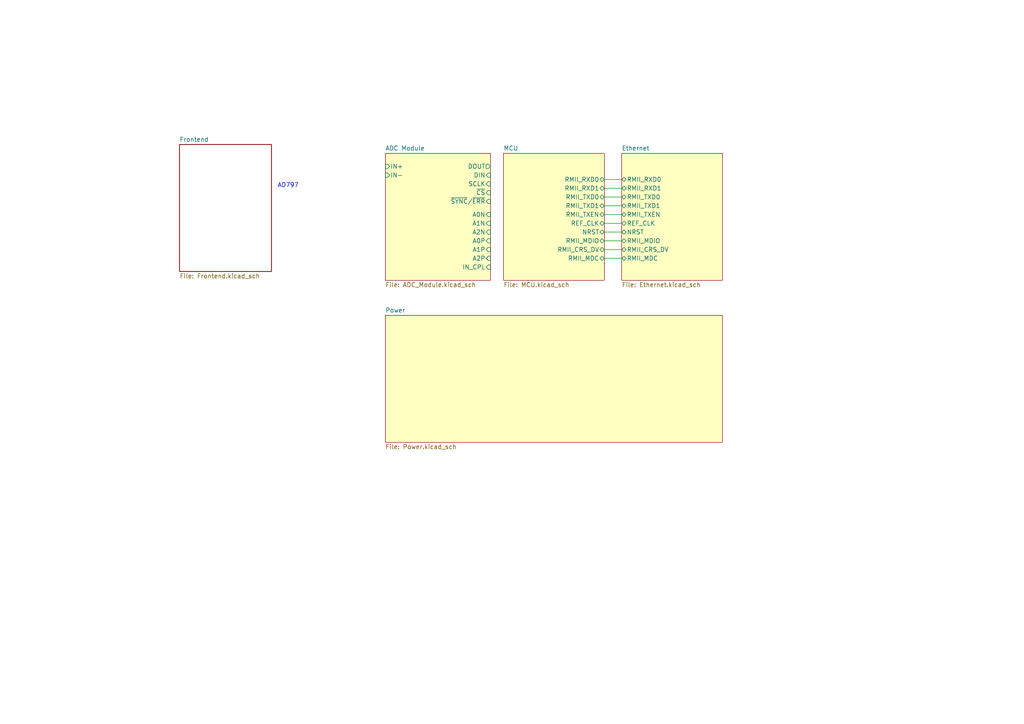
<source format=kicad_sch>
(kicad_sch
	(version 20250114)
	(generator "eeschema")
	(generator_version "9.0")
	(uuid "123c0fed-397a-4d05-9a94-3b13c6433df9")
	(paper "A4")
	(lib_symbols)
	(text "AD797\n"
		(exclude_from_sim no)
		(at 83.566 53.848 0)
		(effects
			(font
				(size 1.27 1.27)
			)
		)
		(uuid "1a89c384-7e2a-40ca-ae87-6f1840c336bd")
	)
	(wire
		(pts
			(xy 175.26 59.69) (xy 180.34 59.69)
		)
		(stroke
			(width 0)
			(type default)
		)
		(uuid "1674b09c-5d68-41f7-bcb4-0dc16a3dc808")
	)
	(wire
		(pts
			(xy 175.26 67.31) (xy 180.34 67.31)
		)
		(stroke
			(width 0)
			(type default)
		)
		(uuid "1fa2e267-d67a-4033-936f-6c917985822c")
	)
	(wire
		(pts
			(xy 175.26 62.23) (xy 180.34 62.23)
		)
		(stroke
			(width 0)
			(type default)
		)
		(uuid "244e68ed-d6ec-4901-a0b0-aaf92ee255f7")
	)
	(wire
		(pts
			(xy 175.26 72.39) (xy 180.34 72.39)
		)
		(stroke
			(width 0)
			(type default)
		)
		(uuid "26605e4d-1e0b-426f-97df-13ff37166ed5")
	)
	(wire
		(pts
			(xy 175.26 54.61) (xy 180.34 54.61)
		)
		(stroke
			(width 0)
			(type default)
		)
		(uuid "424ec70f-3a66-4b96-9d09-049c05ea57f3")
	)
	(wire
		(pts
			(xy 175.26 69.85) (xy 180.34 69.85)
		)
		(stroke
			(width 0)
			(type default)
		)
		(uuid "6ec4d737-29b1-48d5-8aef-d129bd985433")
	)
	(wire
		(pts
			(xy 175.26 57.15) (xy 180.34 57.15)
		)
		(stroke
			(width 0)
			(type default)
		)
		(uuid "7b1886da-d296-4716-a07f-a37e5daa6dbf")
	)
	(wire
		(pts
			(xy 175.26 52.07) (xy 180.34 52.07)
		)
		(stroke
			(width 0)
			(type default)
		)
		(uuid "7b61db73-2a04-4b14-84a2-336d8bb8c2e8")
	)
	(wire
		(pts
			(xy 175.26 74.93) (xy 180.34 74.93)
		)
		(stroke
			(width 0)
			(type default)
		)
		(uuid "848826a8-b81b-4320-8d9b-837df6c777d4")
	)
	(wire
		(pts
			(xy 175.26 64.77) (xy 180.34 64.77)
		)
		(stroke
			(width 0)
			(type default)
		)
		(uuid "9e04c691-b71c-4bb0-92f9-58d40b24feec")
	)
	(sheet
		(at 111.76 44.45)
		(size 30.48 36.83)
		(exclude_from_sim no)
		(in_bom yes)
		(on_board yes)
		(dnp no)
		(fields_autoplaced yes)
		(stroke
			(width 0.1524)
			(type solid)
		)
		(fill
			(color 255 255 194 1.0000)
		)
		(uuid "07044147-0e8a-4c72-a8b6-f4a6a6e21869")
		(property "Sheetname" "ADC Module"
			(at 111.76 43.7384 0)
			(effects
				(font
					(size 1.27 1.27)
				)
				(justify left bottom)
			)
		)
		(property "Sheetfile" "ADC_Module.kicad_sch"
			(at 111.76 81.8646 0)
			(effects
				(font
					(size 1.27 1.27)
				)
				(justify left top)
			)
		)
		(pin "IN-" input
			(at 111.76 50.8 180)
			(uuid "b56e8b16-ca7e-4f3f-af63-ed18e7920cfa")
			(effects
				(font
					(size 1.27 1.27)
				)
				(justify left)
			)
		)
		(pin "A1P" input
			(at 142.24 72.39 0)
			(uuid "6dc168e3-d439-45f4-be9d-49f11766949e")
			(effects
				(font
					(size 1.27 1.27)
				)
				(justify right)
			)
		)
		(pin "DOUT" output
			(at 142.24 48.26 0)
			(uuid "7dbe3ebc-02ab-4162-938e-9c711e1c3afa")
			(effects
				(font
					(size 1.27 1.27)
				)
				(justify right)
			)
		)
		(pin "IN_CPL" input
			(at 142.24 77.47 0)
			(uuid "aeb236a7-02e9-422a-a80e-1f990555c91e")
			(effects
				(font
					(size 1.27 1.27)
				)
				(justify right)
			)
		)
		(pin "DIN" input
			(at 142.24 50.8 0)
			(uuid "7e56e5a3-ad80-4719-9802-1a089d5c85f4")
			(effects
				(font
					(size 1.27 1.27)
				)
				(justify right)
			)
		)
		(pin "~{CS}" input
			(at 142.24 55.88 0)
			(uuid "22341ead-d181-492f-ad01-bbaaeca42095")
			(effects
				(font
					(size 1.27 1.27)
				)
				(justify right)
			)
		)
		(pin "A1N" input
			(at 142.24 64.77 0)
			(uuid "c7922b11-b0f1-4de0-9ee6-739234be805e")
			(effects
				(font
					(size 1.27 1.27)
				)
				(justify right)
			)
		)
		(pin "~{SYNC}{slash}~{ERR}" input
			(at 142.24 58.42 0)
			(uuid "be907c07-794d-494f-bd37-1cad3aaa64be")
			(effects
				(font
					(size 1.27 1.27)
				)
				(justify right)
			)
		)
		(pin "A0P" input
			(at 142.24 69.85 0)
			(uuid "d7ff2a06-832c-4b2c-a6d8-1ebef0fa0112")
			(effects
				(font
					(size 1.27 1.27)
				)
				(justify right)
			)
		)
		(pin "IN+" input
			(at 111.76 48.26 180)
			(uuid "4569acd5-4c7c-46a9-9748-f49b3fbedb02")
			(effects
				(font
					(size 1.27 1.27)
				)
				(justify left)
			)
		)
		(pin "A0N" input
			(at 142.24 62.23 0)
			(uuid "838d6c8e-bc3c-4a48-8227-f965c70654bb")
			(effects
				(font
					(size 1.27 1.27)
				)
				(justify right)
			)
		)
		(pin "A2N" input
			(at 142.24 67.31 0)
			(uuid "e2c5bf8b-4e62-4749-a3e5-f805523feb9a")
			(effects
				(font
					(size 1.27 1.27)
				)
				(justify right)
			)
		)
		(pin "A2P" input
			(at 142.24 74.93 0)
			(uuid "c3072218-0a49-44f3-9232-52065575e12a")
			(effects
				(font
					(size 1.27 1.27)
				)
				(justify right)
			)
		)
		(pin "SCLK" input
			(at 142.24 53.34 0)
			(uuid "2e786c2f-7c1d-4017-80ae-e0cd44594030")
			(effects
				(font
					(size 1.27 1.27)
				)
				(justify right)
			)
		)
		(instances
			(project "ADC7177B1"
				(path "/06a56fb9-779c-428e-b281-14ac9294755f/ce8ead21-c650-4940-b61e-074f59a08930"
					(page "6")
				)
			)
		)
	)
	(sheet
		(at 52.07 41.91)
		(size 26.67 36.83)
		(exclude_from_sim no)
		(in_bom yes)
		(on_board yes)
		(dnp no)
		(fields_autoplaced yes)
		(stroke
			(width 0.1524)
			(type solid)
		)
		(fill
			(color 0 0 0 0.0000)
		)
		(uuid "0ff5f57b-fb5c-467e-9068-b1c62d9700a2")
		(property "Sheetname" "Frontend"
			(at 52.07 41.1984 0)
			(effects
				(font
					(size 1.27 1.27)
				)
				(justify left bottom)
			)
		)
		(property "Sheetfile" "Frontend.kicad_sch"
			(at 52.07 79.3246 0)
			(effects
				(font
					(size 1.27 1.27)
				)
				(justify left top)
			)
		)
		(instances
			(project "ADC7177B1"
				(path "/06a56fb9-779c-428e-b281-14ac9294755f/ce8ead21-c650-4940-b61e-074f59a08930"
					(page "7")
				)
			)
		)
	)
	(sheet
		(at 180.34 44.45)
		(size 29.21 36.83)
		(exclude_from_sim no)
		(in_bom yes)
		(on_board yes)
		(dnp no)
		(fields_autoplaced yes)
		(stroke
			(width 0.1524)
			(type solid)
		)
		(fill
			(color 255 255 194 1.0000)
		)
		(uuid "21ee60a8-817f-4081-bcd1-9c2a5024e4a1")
		(property "Sheetname" "Ethernet"
			(at 180.34 43.7384 0)
			(effects
				(font
					(size 1.27 1.27)
				)
				(justify left bottom)
			)
		)
		(property "Sheetfile" "Ethernet.kicad_sch"
			(at 180.34 81.8646 0)
			(effects
				(font
					(size 1.27 1.27)
				)
				(justify left top)
			)
		)
		(pin "RMII_RXD0" bidirectional
			(at 180.34 52.07 180)
			(uuid "d49857fe-8a04-4007-bd42-f19bb948037b")
			(effects
				(font
					(size 1.27 1.27)
				)
				(justify left)
			)
		)
		(pin "RMII_TXD0" bidirectional
			(at 180.34 57.15 180)
			(uuid "6e8acd89-c277-4a79-b533-ad8e4e14d677")
			(effects
				(font
					(size 1.27 1.27)
				)
				(justify left)
			)
		)
		(pin "NRST" bidirectional
			(at 180.34 67.31 180)
			(uuid "8d7df0bd-00e4-4077-a30f-397e6ce7e08d")
			(effects
				(font
					(size 1.27 1.27)
				)
				(justify left)
			)
		)
		(pin "RMII_MDC" bidirectional
			(at 180.34 74.93 180)
			(uuid "e40e8628-8789-4bb8-b685-ce8acbf10cee")
			(effects
				(font
					(size 1.27 1.27)
				)
				(justify left)
			)
		)
		(pin "RMII_TXD1" bidirectional
			(at 180.34 59.69 180)
			(uuid "ddbd95df-74c5-41af-af93-d92582928947")
			(effects
				(font
					(size 1.27 1.27)
				)
				(justify left)
			)
		)
		(pin "RMII_CRS_DV" bidirectional
			(at 180.34 72.39 180)
			(uuid "ce1bb52d-dcb7-4267-8915-063fd8f4713e")
			(effects
				(font
					(size 1.27 1.27)
				)
				(justify left)
			)
		)
		(pin "RMII_RXD1" bidirectional
			(at 180.34 54.61 180)
			(uuid "eb04b8bc-b42f-4591-b9c5-a93a67d4f633")
			(effects
				(font
					(size 1.27 1.27)
				)
				(justify left)
			)
		)
		(pin "RMII_MDIO" bidirectional
			(at 180.34 69.85 180)
			(uuid "d965556d-df1d-40bd-aea7-1a8fe7150574")
			(effects
				(font
					(size 1.27 1.27)
				)
				(justify left)
			)
		)
		(pin "REF_CLK" bidirectional
			(at 180.34 64.77 180)
			(uuid "cea763fd-231c-4e77-8db7-aa214f0bc15b")
			(effects
				(font
					(size 1.27 1.27)
				)
				(justify left)
			)
		)
		(pin "RMII_TXEN" bidirectional
			(at 180.34 62.23 180)
			(uuid "a94f5941-5c57-40af-9e7d-c1396fea0f39")
			(effects
				(font
					(size 1.27 1.27)
				)
				(justify left)
			)
		)
		(instances
			(project "ADC7177B1"
				(path "/06a56fb9-779c-428e-b281-14ac9294755f/ce8ead21-c650-4940-b61e-074f59a08930"
					(page "4")
				)
			)
		)
	)
	(sheet
		(at 111.76 91.44)
		(size 97.79 36.83)
		(exclude_from_sim no)
		(in_bom yes)
		(on_board yes)
		(dnp no)
		(fields_autoplaced yes)
		(stroke
			(width 0.1524)
			(type solid)
		)
		(fill
			(color 255 255 194 1.0000)
		)
		(uuid "573d9202-d165-4a8a-8774-89134a6d5799")
		(property "Sheetname" "Power"
			(at 111.76 90.7284 0)
			(effects
				(font
					(size 1.27 1.27)
				)
				(justify left bottom)
			)
		)
		(property "Sheetfile" "Power.kicad_sch"
			(at 111.76 128.8546 0)
			(effects
				(font
					(size 1.27 1.27)
				)
				(justify left top)
			)
		)
		(instances
			(project "ADC7177B1"
				(path "/06a56fb9-779c-428e-b281-14ac9294755f/ce8ead21-c650-4940-b61e-074f59a08930"
					(page "5")
				)
			)
		)
	)
	(sheet
		(at 146.05 44.45)
		(size 29.21 36.83)
		(exclude_from_sim no)
		(in_bom yes)
		(on_board yes)
		(dnp no)
		(fields_autoplaced yes)
		(stroke
			(width 0.1524)
			(type solid)
		)
		(fill
			(color 255 255 194 1.0000)
		)
		(uuid "7c74ca91-daae-4e22-94e0-d46fd9fdbd08")
		(property "Sheetname" "MCU"
			(at 146.05 43.7384 0)
			(effects
				(font
					(size 1.27 1.27)
				)
				(justify left bottom)
			)
		)
		(property "Sheetfile" "MCU.kicad_sch"
			(at 146.05 81.8646 0)
			(effects
				(font
					(size 1.27 1.27)
				)
				(justify left top)
			)
		)
		(pin "RMII_RXD1" bidirectional
			(at 175.26 54.61 0)
			(uuid "adea1a95-332a-4b6f-bede-121171a1054e")
			(effects
				(font
					(size 1.27 1.27)
				)
				(justify right)
			)
		)
		(pin "NRST" bidirectional
			(at 175.26 67.31 0)
			(uuid "f3e85af4-1ab5-4210-8e0d-c76c6c570943")
			(effects
				(font
					(size 1.27 1.27)
				)
				(justify right)
			)
		)
		(pin "RMII_TXEN" bidirectional
			(at 175.26 62.23 0)
			(uuid "0386ff32-ee3d-4cba-b976-1802a1352e4e")
			(effects
				(font
					(size 1.27 1.27)
				)
				(justify right)
			)
		)
		(pin "RMII_MDC" bidirectional
			(at 175.26 74.93 0)
			(uuid "771bb9af-eead-4d55-ae02-fc237d58cdc0")
			(effects
				(font
					(size 1.27 1.27)
				)
				(justify right)
			)
		)
		(pin "RMII_RXD0" bidirectional
			(at 175.26 52.07 0)
			(uuid "65236a38-c197-47c8-bda3-456c07c69088")
			(effects
				(font
					(size 1.27 1.27)
				)
				(justify right)
			)
		)
		(pin "REF_CLK" bidirectional
			(at 175.26 64.77 0)
			(uuid "a5b0a248-fd3e-48d1-8cf1-0c477679a7e3")
			(effects
				(font
					(size 1.27 1.27)
				)
				(justify right)
			)
		)
		(pin "RMII_TXD1" bidirectional
			(at 175.26 59.69 0)
			(uuid "dc4163fd-92bd-4d4c-beff-49b762e7b39c")
			(effects
				(font
					(size 1.27 1.27)
				)
				(justify right)
			)
		)
		(pin "RMII_MDIO" bidirectional
			(at 175.26 69.85 0)
			(uuid "14656ab5-868f-4b3a-8c47-00c0ac145d91")
			(effects
				(font
					(size 1.27 1.27)
				)
				(justify right)
			)
		)
		(pin "RMII_CRS_DV" bidirectional
			(at 175.26 72.39 0)
			(uuid "8fc1ea31-e9ec-4e52-a461-c632e139f7f6")
			(effects
				(font
					(size 1.27 1.27)
				)
				(justify right)
			)
		)
		(pin "RMII_TXD0" bidirectional
			(at 175.26 57.15 0)
			(uuid "d1b50383-bb81-4a1f-9784-80aa7c5bdb3d")
			(effects
				(font
					(size 1.27 1.27)
				)
				(justify right)
			)
		)
		(instances
			(project "ADC7177B1"
				(path "/06a56fb9-779c-428e-b281-14ac9294755f/ce8ead21-c650-4940-b61e-074f59a08930"
					(page "3")
				)
			)
		)
	)
)

</source>
